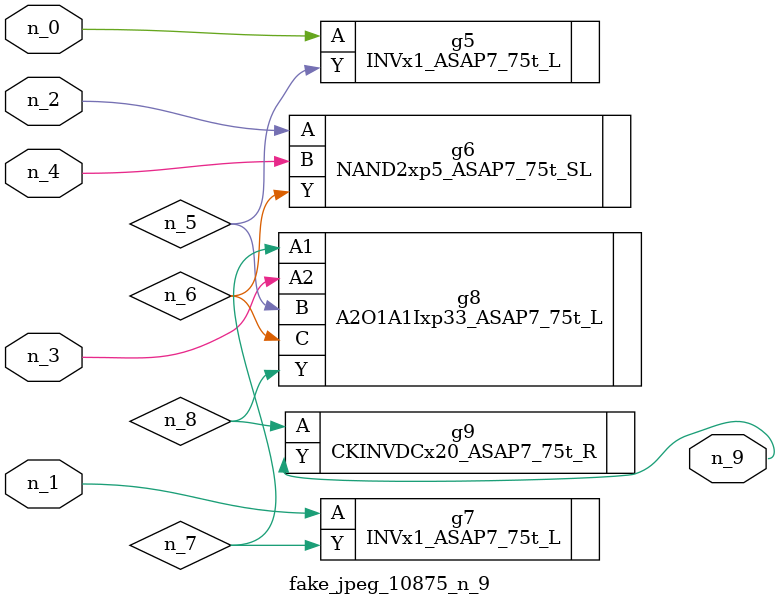
<source format=v>
module fake_jpeg_10875_n_9 (n_3, n_2, n_1, n_0, n_4, n_9);

input n_3;
input n_2;
input n_1;
input n_0;
input n_4;

output n_9;

wire n_8;
wire n_6;
wire n_5;
wire n_7;

INVx1_ASAP7_75t_L g5 ( 
.A(n_0),
.Y(n_5)
);

NAND2xp5_ASAP7_75t_SL g6 ( 
.A(n_2),
.B(n_4),
.Y(n_6)
);

INVx1_ASAP7_75t_L g7 ( 
.A(n_1),
.Y(n_7)
);

A2O1A1Ixp33_ASAP7_75t_L g8 ( 
.A1(n_7),
.A2(n_3),
.B(n_5),
.C(n_6),
.Y(n_8)
);

CKINVDCx20_ASAP7_75t_R g9 ( 
.A(n_8),
.Y(n_9)
);


endmodule
</source>
